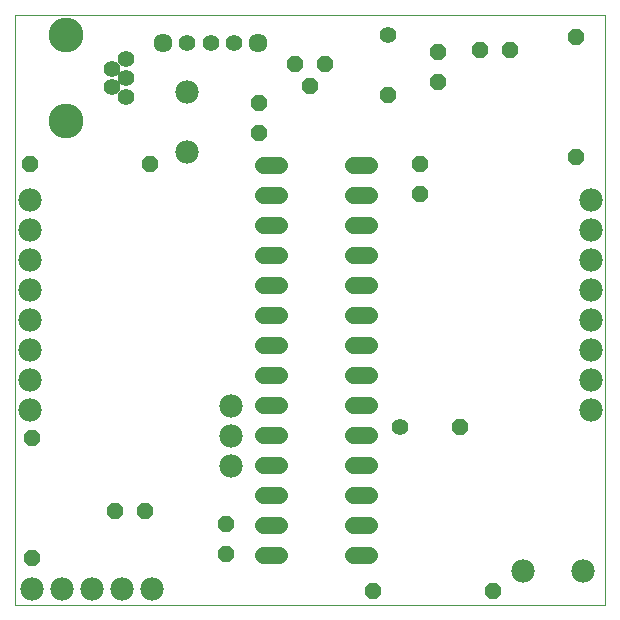
<source format=gbs>
G75*
%MOIN*%
%OFA0B0*%
%FSLAX25Y25*%
%IPPOS*%
%LPD*%
%AMOC8*
5,1,8,0,0,1.08239X$1,22.5*
%
%ADD10C,0.00000*%
%ADD11OC8,0.05600*%
%ADD12C,0.05600*%
%ADD13C,0.05550*%
%ADD14C,0.11620*%
%ADD15C,0.07800*%
%ADD16C,0.05600*%
%ADD17C,0.06337*%
D10*
X0001600Y0001600D02*
X0001600Y0198450D01*
X0198450Y0198450D01*
X0198450Y0001600D01*
X0001600Y0001600D01*
D11*
X0007350Y0017350D03*
X0035100Y0033100D03*
X0045100Y0033100D03*
X0071850Y0028600D03*
X0071850Y0018600D03*
X0120850Y0006350D03*
X0160850Y0006350D03*
X0149850Y0060850D03*
X0136600Y0138600D03*
X0136600Y0148600D03*
X0125850Y0171600D03*
X0142600Y0176100D03*
X0142600Y0186100D03*
X0156600Y0186600D03*
X0166600Y0186600D03*
X0188600Y0190850D03*
X0188600Y0150850D03*
X0104850Y0182100D03*
X0099850Y0174600D03*
X0094850Y0182100D03*
X0082850Y0168850D03*
X0082850Y0158850D03*
X0046600Y0148600D03*
X0006600Y0148600D03*
X0007350Y0057350D03*
D12*
X0129850Y0060850D03*
X0125850Y0191600D03*
D13*
X0074724Y0189100D03*
X0066850Y0189100D03*
X0058976Y0189100D03*
X0038679Y0183649D03*
X0033954Y0180500D03*
X0038679Y0177350D03*
X0033954Y0174200D03*
X0038679Y0171051D03*
D14*
X0018600Y0162980D03*
X0018600Y0191720D03*
D15*
X0058850Y0172600D03*
X0058850Y0152600D03*
X0006600Y0136600D03*
X0006600Y0126600D03*
X0006600Y0116600D03*
X0006600Y0106600D03*
X0006600Y0096600D03*
X0006600Y0086600D03*
X0006600Y0076600D03*
X0006600Y0066600D03*
X0007350Y0007100D03*
X0017350Y0007100D03*
X0027350Y0007100D03*
X0037350Y0007100D03*
X0047350Y0007100D03*
X0073600Y0048100D03*
X0073600Y0058100D03*
X0073600Y0068100D03*
X0170850Y0012850D03*
X0190850Y0012850D03*
X0193600Y0066600D03*
X0193600Y0076600D03*
X0193600Y0086600D03*
X0193600Y0096600D03*
X0193600Y0106600D03*
X0193600Y0116600D03*
X0193600Y0126600D03*
X0193600Y0136600D03*
D16*
X0119700Y0138350D02*
X0114500Y0138350D01*
X0114500Y0128350D02*
X0119700Y0128350D01*
X0119700Y0118350D02*
X0114500Y0118350D01*
X0114500Y0108350D02*
X0119700Y0108350D01*
X0119700Y0098350D02*
X0114500Y0098350D01*
X0114500Y0088350D02*
X0119700Y0088350D01*
X0119700Y0078350D02*
X0114500Y0078350D01*
X0114500Y0068350D02*
X0119700Y0068350D01*
X0119700Y0058350D02*
X0114500Y0058350D01*
X0114500Y0048350D02*
X0119700Y0048350D01*
X0119700Y0038350D02*
X0114500Y0038350D01*
X0114500Y0028350D02*
X0119700Y0028350D01*
X0119700Y0018350D02*
X0114500Y0018350D01*
X0089700Y0018350D02*
X0084500Y0018350D01*
X0084500Y0028350D02*
X0089700Y0028350D01*
X0089700Y0038350D02*
X0084500Y0038350D01*
X0084500Y0048350D02*
X0089700Y0048350D01*
X0089700Y0058350D02*
X0084500Y0058350D01*
X0084500Y0068350D02*
X0089700Y0068350D01*
X0089700Y0078350D02*
X0084500Y0078350D01*
X0084500Y0088350D02*
X0089700Y0088350D01*
X0089700Y0098350D02*
X0084500Y0098350D01*
X0084500Y0108350D02*
X0089700Y0108350D01*
X0089700Y0118350D02*
X0084500Y0118350D01*
X0084500Y0128350D02*
X0089700Y0128350D01*
X0089700Y0138350D02*
X0084500Y0138350D01*
X0084500Y0148350D02*
X0089700Y0148350D01*
X0114500Y0148350D02*
X0119700Y0148350D01*
D17*
X0082598Y0189100D03*
X0051102Y0189100D03*
M02*

</source>
